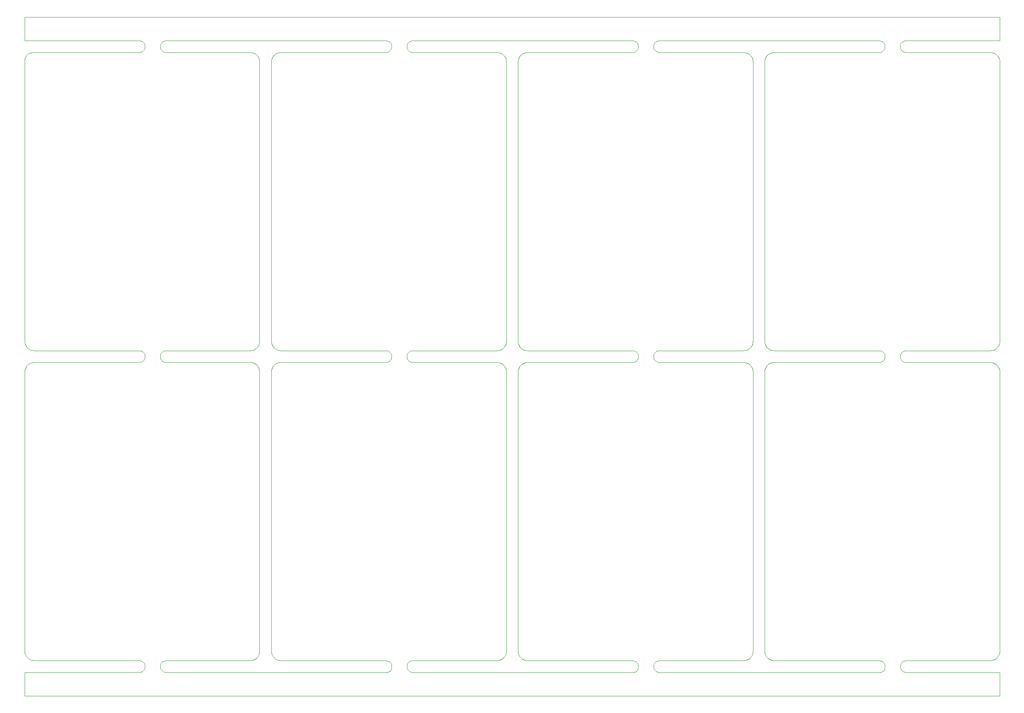
<source format=gm1>
G04*
G04 #@! TF.GenerationSoftware,Altium Limited,Altium Designer,21.9.2 (33)*
G04*
G04 Layer_Color=16711935*
%FSLAX25Y25*%
%MOIN*%
G70*
G04*
G04 #@! TF.SameCoordinates,92FC589E-7DC0-4DB0-8F66-2D7A547C6286*
G04*
G04*
G04 #@! TF.FilePolarity,Positive*
G04*
G01*
G75*
%ADD123C,0.00394*%
D123*
X303044Y549213D02*
X303994Y549023D01*
X304890Y548653D01*
X305696Y548114D01*
X306382Y547429D01*
X306920Y546622D01*
X307291Y545727D01*
X307480Y544776D01*
Y544291D02*
Y544776D01*
Y543807D02*
Y544291D01*
X307291Y542856D02*
X307480Y543807D01*
X306920Y541960D02*
X307291Y542856D01*
X306382Y541154D02*
X306920Y541960D01*
X305696Y540469D02*
X306382Y541154D01*
X304890Y539930D02*
X305696Y540469D01*
X303994Y539559D02*
X304890Y539930D01*
X303044Y539370D02*
X303994Y539559D01*
X214567Y539370D02*
X303044D01*
X213795Y539332D02*
X214567Y539370D01*
X212281Y539031D02*
X213795Y539332D01*
X210855Y538440D02*
X212281Y539031D01*
X209572Y537583D02*
X210855Y538440D01*
X208480Y536491D02*
X209572Y537583D01*
X207623Y535208D02*
X208480Y536491D01*
X207032Y533782D02*
X207623Y535208D01*
X206731Y532268D02*
X207032Y533782D01*
X206693Y531496D02*
X206731Y532268D01*
X206693Y297244D02*
Y531496D01*
Y297244D02*
X206731Y296472D01*
X207032Y294958D01*
X207623Y293532D01*
X208480Y292249D01*
X209572Y291157D01*
X210855Y290300D01*
X212281Y289709D01*
X213795Y289408D01*
X214567Y289370D01*
X303044D01*
X303994Y289181D01*
X304890Y288810D01*
X305696Y288271D01*
X306382Y287586D01*
X306920Y286780D01*
X307291Y285884D01*
X307480Y284933D01*
Y284449D02*
Y284933D01*
Y283964D02*
Y284449D01*
X307291Y283013D02*
X307480Y283964D01*
X306920Y282118D02*
X307291Y283013D01*
X306382Y281312D02*
X306920Y282118D01*
X305696Y280626D02*
X306382Y281312D01*
X304890Y280088D02*
X305696Y280626D01*
X303994Y279717D02*
X304890Y280088D01*
X303044Y279528D02*
X303994Y279717D01*
X214567Y279528D02*
X303044D01*
X213795Y279490D02*
X214567Y279528D01*
X212281Y279188D02*
X213795Y279490D01*
X210855Y278598D02*
X212281Y279188D01*
X209572Y277740D02*
X210855Y278598D01*
X208480Y276649D02*
X209572Y277740D01*
X207623Y275365D02*
X208480Y276649D01*
X207032Y273939D02*
X207623Y275365D01*
X206731Y272425D02*
X207032Y273939D01*
X206693Y271654D02*
X206731Y272425D01*
X206693Y37402D02*
Y271654D01*
Y37402D02*
X206731Y36630D01*
X207032Y35116D01*
X207623Y33690D01*
X208480Y32406D01*
X209572Y31315D01*
X210855Y30457D01*
X212281Y29867D01*
X213795Y29566D01*
X214567Y29528D01*
X303044D01*
X303994Y29338D01*
X304890Y28967D01*
X305696Y28429D01*
X306382Y27743D01*
X306920Y26937D01*
X307291Y26042D01*
X307480Y25091D01*
Y24606D02*
Y25091D01*
Y24016D02*
Y24606D01*
Y23589D02*
Y24016D01*
X307314Y22752D02*
X307480Y23589D01*
X306987Y21964D02*
X307314Y22752D01*
X306514Y21255D02*
X306987Y21964D01*
X305910Y20652D02*
X306514Y21255D01*
X305201Y20178D02*
X305910Y20652D01*
X304413Y19851D02*
X305201Y20178D01*
X303576Y19685D02*
X304413Y19851D01*
X118019Y19685D02*
X303576D01*
X117069Y19874D02*
X118019Y19685D01*
X116173Y20245D02*
X117069Y19874D01*
X115367Y20784D02*
X116173Y20245D01*
X114681Y21469D02*
X115367Y20784D01*
X114143Y22275D02*
X114681Y21469D01*
X113772Y23171D02*
X114143Y22275D01*
X113583Y24122D02*
X113772Y23171D01*
X113583Y24122D02*
Y24606D01*
Y25091D01*
X113772Y26042D01*
X114143Y26937D01*
X114681Y27743D01*
X115367Y28429D01*
X116173Y28967D01*
X117069Y29338D01*
X118019Y29528D01*
X188976D01*
X189748Y29566D01*
X191262Y29867D01*
X192688Y30457D01*
X193972Y31315D01*
X195063Y32406D01*
X195921Y33690D01*
X196511Y35116D01*
X196812Y36630D01*
X196850Y37402D01*
Y271654D01*
X196812Y272425D02*
X196850Y271654D01*
X196511Y273939D02*
X196812Y272425D01*
X195921Y275365D02*
X196511Y273939D01*
X195063Y276649D02*
X195921Y275365D01*
X193972Y277740D02*
X195063Y276649D01*
X192688Y278598D02*
X193972Y277740D01*
X191262Y279188D02*
X192688Y278598D01*
X189748Y279490D02*
X191262Y279188D01*
X188976Y279528D02*
X189748Y279490D01*
X118019Y279528D02*
X188976D01*
X117069Y279717D02*
X118019Y279528D01*
X116173Y280088D02*
X117069Y279717D01*
X115367Y280626D02*
X116173Y280088D01*
X114681Y281312D02*
X115367Y280626D01*
X114143Y282118D02*
X114681Y281312D01*
X113772Y283013D02*
X114143Y282118D01*
X113583Y283964D02*
X113772Y283013D01*
X113583Y283964D02*
Y284449D01*
Y284933D01*
X113772Y285884D01*
X114143Y286780D01*
X114681Y287586D01*
X115367Y288271D01*
X116173Y288810D01*
X117069Y289181D01*
X118019Y289370D01*
X188976D01*
X189748Y289408D01*
X191262Y289709D01*
X192688Y290300D01*
X193972Y291157D01*
X195063Y292249D01*
X195921Y293532D01*
X196511Y294958D01*
X196812Y296472D01*
X196850Y297244D01*
Y531496D01*
X196812Y532268D02*
X196850Y531496D01*
X196511Y533782D02*
X196812Y532268D01*
X195921Y535208D02*
X196511Y533782D01*
X195063Y536491D02*
X195921Y535208D01*
X193972Y537583D02*
X195063Y536491D01*
X192688Y538440D02*
X193972Y537583D01*
X191262Y539031D02*
X192688Y538440D01*
X189748Y539332D02*
X191262Y539031D01*
X188976Y539370D02*
X189748Y539332D01*
X118019Y539370D02*
X188976D01*
X117069Y539559D02*
X118019Y539370D01*
X116173Y539930D02*
X117069Y539559D01*
X115367Y540469D02*
X116173Y539930D01*
X114681Y541154D02*
X115367Y540469D01*
X114143Y541960D02*
X114681Y541154D01*
X113772Y542856D02*
X114143Y541960D01*
X113583Y543807D02*
X113772Y542856D01*
X113583Y543807D02*
Y544291D01*
Y544776D01*
X113772Y545727D01*
X114143Y546622D01*
X114681Y547429D01*
X115367Y548114D01*
X116173Y548653D01*
X117069Y549023D01*
X118019Y549213D01*
X303044D01*
X509737D02*
X510687Y549023D01*
X511583Y548653D01*
X512389Y548114D01*
X513075Y547429D01*
X513613Y546622D01*
X513984Y545727D01*
X514173Y544776D01*
Y544291D02*
Y544776D01*
Y543807D02*
Y544291D01*
X513984Y542856D02*
X514173Y543807D01*
X513613Y541960D02*
X513984Y542856D01*
X513075Y541154D02*
X513613Y541960D01*
X512389Y540469D02*
X513075Y541154D01*
X511583Y539930D02*
X512389Y540469D01*
X510687Y539559D02*
X511583Y539930D01*
X509737Y539370D02*
X510687Y539559D01*
X421260Y539370D02*
X509737D01*
X420488Y539332D02*
X421260Y539370D01*
X418974Y539031D02*
X420488Y539332D01*
X417548Y538440D02*
X418974Y539031D01*
X416265Y537583D02*
X417548Y538440D01*
X415173Y536491D02*
X416265Y537583D01*
X414316Y535208D02*
X415173Y536491D01*
X413725Y533782D02*
X414316Y535208D01*
X413424Y532268D02*
X413725Y533782D01*
X413386Y531496D02*
X413424Y532268D01*
X413386Y297244D02*
Y531496D01*
Y297244D02*
X413424Y296472D01*
X413725Y294958D01*
X414316Y293532D01*
X415173Y292249D01*
X416265Y291157D01*
X417548Y290300D01*
X418974Y289709D01*
X420488Y289408D01*
X421260Y289370D01*
X509737D01*
X510687Y289181D01*
X511583Y288810D01*
X512389Y288271D01*
X513075Y287586D01*
X513613Y286780D01*
X513984Y285884D01*
X514173Y284933D01*
Y284449D02*
Y284933D01*
Y283964D02*
Y284449D01*
X513984Y283013D02*
X514173Y283964D01*
X513613Y282118D02*
X513984Y283013D01*
X513075Y281312D02*
X513613Y282118D01*
X512389Y280626D02*
X513075Y281312D01*
X511583Y280088D02*
X512389Y280626D01*
X510687Y279717D02*
X511583Y280088D01*
X509737Y279528D02*
X510687Y279717D01*
X421260Y279528D02*
X509737D01*
X420488Y279490D02*
X421260Y279528D01*
X418974Y279188D02*
X420488Y279490D01*
X417548Y278598D02*
X418974Y279188D01*
X416265Y277740D02*
X417548Y278598D01*
X415173Y276649D02*
X416265Y277740D01*
X414316Y275365D02*
X415173Y276649D01*
X413725Y273939D02*
X414316Y275365D01*
X413424Y272425D02*
X413725Y273939D01*
X413386Y271654D02*
X413424Y272425D01*
X413386Y37402D02*
Y271654D01*
Y37402D02*
X413424Y36630D01*
X413725Y35116D01*
X414316Y33690D01*
X415173Y32406D01*
X416265Y31315D01*
X417548Y30457D01*
X418974Y29867D01*
X420488Y29566D01*
X421260Y29528D01*
X509737D01*
X510687Y29338D01*
X511583Y28967D01*
X512389Y28429D01*
X513075Y27743D01*
X513613Y26937D01*
X513984Y26042D01*
X514173Y25091D01*
Y24606D02*
Y25091D01*
Y24016D02*
Y24606D01*
Y23589D02*
Y24016D01*
X514007Y22752D02*
X514173Y23589D01*
X513680Y21964D02*
X514007Y22752D01*
X513206Y21255D02*
X513680Y21964D01*
X512603Y20652D02*
X513206Y21255D01*
X511894Y20178D02*
X512603Y20652D01*
X511106Y19851D02*
X511894Y20178D01*
X510269Y19685D02*
X511106Y19851D01*
X324712Y19685D02*
X510269D01*
X323761Y19874D02*
X324712Y19685D01*
X322866Y20245D02*
X323761Y19874D01*
X322060Y20784D02*
X322866Y20245D01*
X321374Y21469D02*
X322060Y20784D01*
X320836Y22275D02*
X321374Y21469D01*
X320465Y23171D02*
X320836Y22275D01*
X320276Y24122D02*
X320465Y23171D01*
X320276Y24122D02*
Y24606D01*
Y25091D01*
X320465Y26042D01*
X320836Y26937D01*
X321374Y27743D01*
X322060Y28429D01*
X322866Y28967D01*
X323761Y29338D01*
X324712Y29528D01*
X395669D01*
X396441Y29566D01*
X397955Y29867D01*
X399381Y30457D01*
X400665Y31315D01*
X401756Y32406D01*
X402613Y33690D01*
X403204Y35116D01*
X403505Y36630D01*
X403543Y37402D01*
Y271654D01*
X403505Y272425D02*
X403543Y271654D01*
X403204Y273939D02*
X403505Y272425D01*
X402613Y275365D02*
X403204Y273939D01*
X401756Y276649D02*
X402613Y275365D01*
X400665Y277740D02*
X401756Y276649D01*
X399381Y278598D02*
X400665Y277740D01*
X397955Y279188D02*
X399381Y278598D01*
X396441Y279490D02*
X397955Y279188D01*
X395669Y279528D02*
X396441Y279490D01*
X324712Y279528D02*
X395669D01*
X323761Y279717D02*
X324712Y279528D01*
X322866Y280088D02*
X323761Y279717D01*
X322060Y280626D02*
X322866Y280088D01*
X321374Y281312D02*
X322060Y280626D01*
X320836Y282118D02*
X321374Y281312D01*
X320465Y283013D02*
X320836Y282118D01*
X320276Y283964D02*
X320465Y283013D01*
X320276Y283964D02*
Y284449D01*
Y284933D01*
X320465Y285884D01*
X320836Y286780D01*
X321374Y287586D01*
X322060Y288271D01*
X322866Y288810D01*
X323761Y289181D01*
X324712Y289370D01*
X395669D01*
X396441Y289408D01*
X397955Y289709D01*
X399381Y290300D01*
X400665Y291157D01*
X401756Y292249D01*
X402613Y293532D01*
X403204Y294958D01*
X403505Y296472D01*
X403543Y297244D01*
Y531496D01*
X403505Y532268D02*
X403543Y531496D01*
X403204Y533782D02*
X403505Y532268D01*
X402613Y535208D02*
X403204Y533782D01*
X401756Y536491D02*
X402613Y535208D01*
X400665Y537583D02*
X401756Y536491D01*
X399381Y538440D02*
X400665Y537583D01*
X397955Y539031D02*
X399381Y538440D01*
X396441Y539332D02*
X397955Y539031D01*
X395669Y539370D02*
X396441Y539332D01*
X324712Y539370D02*
X395669D01*
X323761Y539559D02*
X324712Y539370D01*
X322866Y539930D02*
X323761Y539559D01*
X322060Y540469D02*
X322866Y539930D01*
X321374Y541154D02*
X322060Y540469D01*
X320836Y541960D02*
X321374Y541154D01*
X320465Y542856D02*
X320836Y541960D01*
X320276Y543807D02*
X320465Y542856D01*
X320276Y543807D02*
Y544291D01*
Y544776D01*
X320465Y545727D01*
X320836Y546622D01*
X321374Y547429D01*
X322060Y548114D01*
X322866Y548653D01*
X323761Y549023D01*
X324712Y549213D01*
X509737D01*
X716430D02*
X717380Y549023D01*
X718276Y548653D01*
X719082Y548114D01*
X719768Y547429D01*
X720306Y546622D01*
X720677Y545727D01*
X720866Y544776D01*
Y544291D02*
Y544776D01*
Y543807D02*
Y544291D01*
X720677Y542856D02*
X720866Y543807D01*
X720306Y541960D02*
X720677Y542856D01*
X719768Y541154D02*
X720306Y541960D01*
X719082Y540469D02*
X719768Y541154D01*
X718276Y539930D02*
X719082Y540469D01*
X717380Y539559D02*
X718276Y539930D01*
X716430Y539370D02*
X717380Y539559D01*
X627953Y539370D02*
X716430D01*
X627181Y539332D02*
X627953Y539370D01*
X625667Y539031D02*
X627181Y539332D01*
X624241Y538440D02*
X625667Y539031D01*
X622958Y537583D02*
X624241Y538440D01*
X621866Y536491D02*
X622958Y537583D01*
X621008Y535208D02*
X621866Y536491D01*
X620418Y533782D02*
X621008Y535208D01*
X620117Y532268D02*
X620418Y533782D01*
X620079Y531496D02*
X620117Y532268D01*
X620079Y297244D02*
Y531496D01*
Y297244D02*
X620117Y296472D01*
X620418Y294958D01*
X621008Y293532D01*
X621866Y292249D01*
X622958Y291157D01*
X624241Y290300D01*
X625667Y289709D01*
X627181Y289408D01*
X627953Y289370D01*
X716430D01*
X717380Y289181D01*
X718276Y288810D01*
X719082Y288271D01*
X719768Y287586D01*
X720306Y286780D01*
X720677Y285884D01*
X720866Y284933D01*
Y284449D02*
Y284933D01*
Y283964D02*
Y284449D01*
X720677Y283013D02*
X720866Y283964D01*
X720306Y282118D02*
X720677Y283013D01*
X719768Y281312D02*
X720306Y282118D01*
X719082Y280626D02*
X719768Y281312D01*
X718276Y280088D02*
X719082Y280626D01*
X717380Y279717D02*
X718276Y280088D01*
X716430Y279528D02*
X717380Y279717D01*
X627953Y279528D02*
X716430D01*
X627181Y279490D02*
X627953Y279528D01*
X625667Y279188D02*
X627181Y279490D01*
X624241Y278598D02*
X625667Y279188D01*
X622958Y277740D02*
X624241Y278598D01*
X621866Y276649D02*
X622958Y277740D01*
X621008Y275365D02*
X621866Y276649D01*
X620418Y273939D02*
X621008Y275365D01*
X620117Y272425D02*
X620418Y273939D01*
X620079Y271654D02*
X620117Y272425D01*
X620079Y37402D02*
Y271654D01*
Y37402D02*
X620117Y36630D01*
X620418Y35116D01*
X621008Y33690D01*
X621866Y32406D01*
X622958Y31315D01*
X624241Y30457D01*
X625667Y29867D01*
X627181Y29566D01*
X627953Y29528D01*
X716430D01*
X717380Y29338D01*
X718276Y28967D01*
X719082Y28429D01*
X719768Y27743D01*
X720306Y26937D01*
X720677Y26042D01*
X720866Y25091D01*
Y24606D02*
Y25091D01*
Y24016D02*
Y24606D01*
Y23589D02*
Y24016D01*
X720700Y22752D02*
X720866Y23589D01*
X720373Y21964D02*
X720700Y22752D01*
X719899Y21255D02*
X720373Y21964D01*
X719296Y20652D02*
X719899Y21255D01*
X718587Y20178D02*
X719296Y20652D01*
X717799Y19851D02*
X718587Y20178D01*
X716962Y19685D02*
X717799Y19851D01*
X531405Y19685D02*
X716962D01*
X530454Y19874D02*
X531405Y19685D01*
X529559Y20245D02*
X530454Y19874D01*
X528753Y20784D02*
X529559Y20245D01*
X528067Y21469D02*
X528753Y20784D01*
X527529Y22275D02*
X528067Y21469D01*
X527158Y23171D02*
X527529Y22275D01*
X526968Y24122D02*
X527158Y23171D01*
X526968Y24122D02*
Y24606D01*
Y25091D01*
X527158Y26042D01*
X527529Y26937D01*
X528067Y27743D01*
X528753Y28429D01*
X529559Y28967D01*
X530454Y29338D01*
X531405Y29528D01*
X602362D01*
X603134Y29566D01*
X604648Y29867D01*
X606074Y30457D01*
X607357Y31315D01*
X608449Y32406D01*
X609306Y33690D01*
X609897Y35116D01*
X610198Y36630D01*
X610236Y37402D01*
Y271654D01*
X610198Y272425D02*
X610236Y271654D01*
X609897Y273939D02*
X610198Y272425D01*
X609306Y275365D02*
X609897Y273939D01*
X608449Y276649D02*
X609306Y275365D01*
X607357Y277740D02*
X608449Y276649D01*
X606074Y278598D02*
X607357Y277740D01*
X604648Y279188D02*
X606074Y278598D01*
X603134Y279490D02*
X604648Y279188D01*
X602362Y279528D02*
X603134Y279490D01*
X531405Y279528D02*
X602362D01*
X530454Y279717D02*
X531405Y279528D01*
X529559Y280088D02*
X530454Y279717D01*
X528753Y280626D02*
X529559Y280088D01*
X528067Y281312D02*
X528753Y280626D01*
X527529Y282118D02*
X528067Y281312D01*
X527158Y283013D02*
X527529Y282118D01*
X526968Y283964D02*
X527158Y283013D01*
X526968Y283964D02*
Y284449D01*
Y284933D01*
X527158Y285884D01*
X527529Y286780D01*
X528067Y287586D01*
X528753Y288271D01*
X529559Y288810D01*
X530454Y289181D01*
X531405Y289370D01*
X602362D01*
X603134Y289408D01*
X604648Y289709D01*
X606074Y290300D01*
X607357Y291157D01*
X608449Y292249D01*
X609306Y293532D01*
X609897Y294958D01*
X610198Y296472D01*
X610236Y297244D01*
Y531496D01*
X610198Y532268D02*
X610236Y531496D01*
X609897Y533782D02*
X610198Y532268D01*
X609306Y535208D02*
X609897Y533782D01*
X608449Y536491D02*
X609306Y535208D01*
X607357Y537583D02*
X608449Y536491D01*
X606074Y538440D02*
X607357Y537583D01*
X604648Y539031D02*
X606074Y538440D01*
X603134Y539332D02*
X604648Y539031D01*
X602362Y539370D02*
X603134Y539332D01*
X531405Y539370D02*
X602362D01*
X530454Y539559D02*
X531405Y539370D01*
X529559Y539930D02*
X530454Y539559D01*
X528753Y540469D02*
X529559Y539930D01*
X528067Y541154D02*
X528753Y540469D01*
X527529Y541960D02*
X528067Y541154D01*
X527158Y542856D02*
X527529Y541960D01*
X526968Y543807D02*
X527158Y542856D01*
X526968Y543807D02*
Y544291D01*
Y544776D01*
X527158Y545727D01*
X527529Y546622D01*
X528067Y547429D01*
X528753Y548114D01*
X529559Y548653D01*
X530454Y549023D01*
X531405Y549213D01*
X716430D01*
X816929D02*
Y568898D01*
X0D02*
X816929D01*
X0Y549213D02*
Y568898D01*
Y549213D02*
X96351D01*
X97302Y549023D01*
X98197Y548653D01*
X99003Y548114D01*
X99689Y547429D01*
X100227Y546622D01*
X100598Y545727D01*
X100787Y544776D01*
Y544291D02*
Y544776D01*
Y543807D02*
Y544291D01*
X100598Y542856D02*
X100787Y543807D01*
X100227Y541960D02*
X100598Y542856D01*
X99689Y541154D02*
X100227Y541960D01*
X99003Y540469D02*
X99689Y541154D01*
X98197Y539930D02*
X99003Y540469D01*
X97302Y539559D02*
X98197Y539930D01*
X96351Y539370D02*
X97302Y539559D01*
X7099Y539370D02*
X96351D01*
X7099D02*
Y539370D01*
X7099D02*
X7099D01*
X6403Y539336D02*
X7099Y539370D01*
X5038Y539064D02*
X6403Y539336D01*
X3752Y538532D02*
X5038Y539064D01*
X2595Y537759D02*
X3752Y538532D01*
X1611Y536775D02*
X2595Y537759D01*
X838Y535618D02*
X1611Y536775D01*
X306Y534332D02*
X838Y535618D01*
X34Y532967D02*
X306Y534332D01*
X0Y532271D02*
X34Y532967D01*
X0Y297244D02*
Y532271D01*
Y297244D02*
X38Y296472D01*
X339Y294958D01*
X930Y293532D01*
X1787Y292249D01*
X2879Y291157D01*
X4162Y290300D01*
X5588Y289709D01*
X7102Y289408D01*
X7874Y289370D01*
X96351D01*
X97302Y289181D01*
X98197Y288810D01*
X99003Y288271D01*
X99689Y287586D01*
X100227Y286780D01*
X100598Y285884D01*
X100787Y284933D01*
Y284449D02*
Y284933D01*
Y283964D02*
Y284449D01*
X100598Y283013D02*
X100787Y283964D01*
X100227Y282118D02*
X100598Y283013D01*
X99689Y281312D02*
X100227Y282118D01*
X99003Y280626D02*
X99689Y281312D01*
X98197Y280088D02*
X99003Y280626D01*
X97302Y279717D02*
X98197Y280088D01*
X96351Y279528D02*
X97302Y279717D01*
X7874Y279528D02*
X96351D01*
X7102Y279490D02*
X7874Y279528D01*
X5588Y279188D02*
X7102Y279490D01*
X4162Y278598D02*
X5588Y279188D01*
X2879Y277740D02*
X4162Y278598D01*
X1787Y276649D02*
X2879Y277740D01*
X930Y275365D02*
X1787Y276649D01*
X339Y273939D02*
X930Y275365D01*
X38Y272425D02*
X339Y273939D01*
X0Y271654D02*
X38Y272425D01*
X0Y37402D02*
Y271654D01*
Y37402D02*
X38Y36630D01*
X339Y35116D01*
X930Y33690D01*
X1787Y32406D01*
X2879Y31315D01*
X4162Y30457D01*
X5588Y29867D01*
X7102Y29566D01*
X7874Y29528D01*
X96351D01*
X97302Y29338D01*
X98197Y28967D01*
X99003Y28429D01*
X99689Y27743D01*
X100227Y26937D01*
X100598Y26042D01*
X100787Y25091D01*
Y24606D02*
Y25091D01*
Y24122D02*
Y24606D01*
X100598Y23171D02*
X100787Y24122D01*
X100227Y22275D02*
X100598Y23171D01*
X99689Y21469D02*
X100227Y22275D01*
X99003Y20784D02*
X99689Y21469D01*
X98197Y20245D02*
X99003Y20784D01*
X97302Y19874D02*
X98197Y20245D01*
X96351Y19685D02*
X97302Y19874D01*
X0Y19685D02*
X96351D01*
X0Y0D02*
Y19685D01*
Y0D02*
X816929D01*
Y19685D01*
X738098D02*
X816929D01*
X737147Y19874D02*
X738098Y19685D01*
X736252Y20245D02*
X737147Y19874D01*
X735446Y20784D02*
X736252Y20245D01*
X734760Y21469D02*
X735446Y20784D01*
X734222Y22275D02*
X734760Y21469D01*
X733851Y23171D02*
X734222Y22275D01*
X733661Y24122D02*
X733851Y23171D01*
X733661Y24122D02*
Y24606D01*
Y25091D01*
X733851Y26042D01*
X734222Y26937D01*
X734760Y27743D01*
X735446Y28429D01*
X736252Y28967D01*
X737147Y29338D01*
X738098Y29528D01*
X809055D01*
X809827Y29566D01*
X811341Y29867D01*
X812767Y30457D01*
X814050Y31315D01*
X815142Y32406D01*
X815999Y33690D01*
X816590Y35116D01*
X816891Y36630D01*
X816929Y37401D01*
Y271654D01*
X816891Y272425D02*
X816929Y271654D01*
X816590Y273939D02*
X816891Y272425D01*
X815999Y275365D02*
X816590Y273939D01*
X815142Y276649D02*
X815999Y275365D01*
X814050Y277740D02*
X815142Y276649D01*
X812767Y278598D02*
X814050Y277740D01*
X811341Y279188D02*
X812767Y278598D01*
X809827Y279490D02*
X811341Y279188D01*
X809055Y279528D02*
X809827Y279490D01*
X738098Y279528D02*
X809055D01*
X737147Y279717D02*
X738098Y279528D01*
X736252Y280088D02*
X737147Y279717D01*
X735446Y280626D02*
X736252Y280088D01*
X734760Y281312D02*
X735446Y280626D01*
X734222Y282118D02*
X734760Y281312D01*
X733851Y283013D02*
X734222Y282118D01*
X733661Y283964D02*
X733851Y283013D01*
X733661Y283964D02*
Y284449D01*
Y284933D01*
X733851Y285884D01*
X734222Y286780D01*
X734760Y287586D01*
X735446Y288271D01*
X736252Y288810D01*
X737147Y289181D01*
X738098Y289370D01*
X809055D01*
X809827Y289408D01*
X811341Y289709D01*
X812767Y290300D01*
X814050Y291157D01*
X815142Y292249D01*
X815999Y293532D01*
X816590Y294958D01*
X816891Y296472D01*
X816929Y297244D01*
Y531496D01*
X816891Y532268D02*
X816929Y531496D01*
X816590Y533782D02*
X816891Y532268D01*
X815999Y535208D02*
X816590Y533782D01*
X815142Y536491D02*
X815999Y535208D01*
X814050Y537583D02*
X815142Y536491D01*
X812767Y538440D02*
X814050Y537583D01*
X811341Y539031D02*
X812767Y538440D01*
X809827Y539332D02*
X811341Y539031D01*
X809055Y539370D02*
X809827Y539332D01*
X738098Y539370D02*
X809055D01*
X737147Y539559D02*
X738098Y539370D01*
X736252Y539930D02*
X737147Y539559D01*
X735446Y540469D02*
X736252Y539930D01*
X734760Y541154D02*
X735446Y540469D01*
X734222Y541960D02*
X734760Y541154D01*
X733851Y542856D02*
X734222Y541960D01*
X733661Y543807D02*
X733851Y542856D01*
X733661Y543807D02*
Y544291D01*
Y544685D01*
Y545131D01*
X733835Y546006D01*
X734177Y546830D01*
X734672Y547571D01*
X735303Y548202D01*
X736044Y548697D01*
X736868Y549039D01*
X737743Y549213D01*
X816929D01*
M02*

</source>
